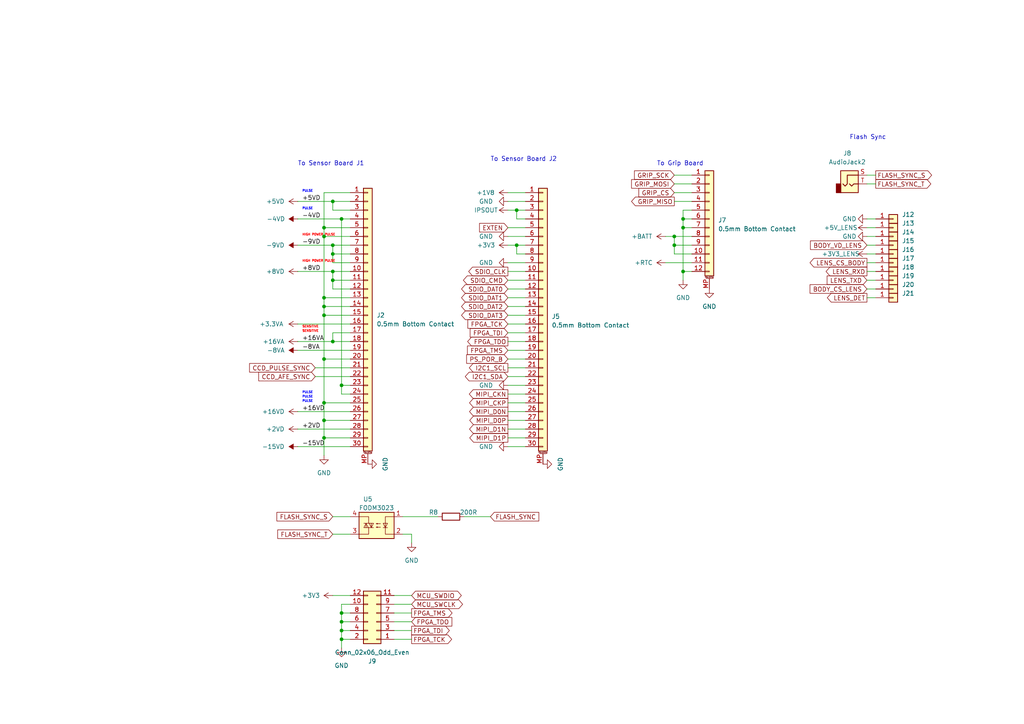
<source format=kicad_sch>
(kicad_sch (version 20231120) (generator "eeschema") (generator_version "8.0")
  (paper "A4")
  (title_block (title "IO/BTB Connectors") (date "2024-06-09") (rev "R0.10") (company "Copyright 2024 Anhang Li, Wenting Zhang") (comment 2 "MERCHANTABILITY, SATISFACTORY QUALITY AND FITNESS FOR A PARTICULAR PURPOSE.") (comment 3 "This source is distributed WITHOUT ANY EXPRESS OR IMPLIED WARRANTY, INCLUDING OF") (comment 4 "This source describes Open Hardware and is licensed under the CERN-OHL-P v2."))
  (lib_symbols
    (symbol "Connector_Audio:AudioJack2"
      (property "Reference" "J" (at 0 8.89 0))
      (property "Value" "AudioJack2" (at 0 6.35 0))
      (symbol "AudioJack2_0_1"
        (rectangle (start -3.81 0) (end -2.54 -2.54) (stroke (width 0.254)) (fill (type outline)))
        (rectangle (start -2.54 3.81) (end 2.54 -2.54) (stroke (width 0.254)) (fill (type background)))
        (polyline (pts (xy 0 0) (xy 0.635 -0.635) (xy 1.27 0) (xy 2.54 0)) (stroke (width 0.254)))
        (polyline (pts (xy 2.54 2.54) (xy -0.635 2.54) (xy -0.635 0) (xy -1.27 -0.635) (xy -1.905 0)) (stroke (width 0.254)))
      )
      (symbol "AudioJack2_1_1"
        (pin passive line (at 5.08 2.54 180) (length 2.54) (name "~") (number "S"))
        (pin passive line (at 5.08 0 180) (length 2.54) (name "~") (number "T"))
      )
    )
    (symbol "Connector_Generic:Conn_01x01" (pin_names (offset 1.016) hide)
      (property "Reference" "J" (at 0 2.54 0))
      (property "Value" "Conn_01x01" (at 0 -2.54 0))
      (symbol "Conn_01x01_1_1"
        (rectangle (start -1.27 0.127) (end 0 -0.127) (stroke (width 0.1524)))
        (rectangle (start -1.27 1.27) (end 1.27 -1.27) (stroke (width 0.254)) (fill (type background)))
        (pin passive line (at -5.08 0 0) (length 3.81) (name "Pin_1") (number "1"))
      )
    )
    (symbol "Connector_Generic:Conn_02x06_Odd_Even" (pin_names (offset 1.016) hide)
      (property "Reference" "J" (at 1.27 7.62 0))
      (property "Value" "Conn_02x06_Odd_Even" (at 1.27 -10.16 0))
      (symbol "Conn_02x06_Odd_Even_1_1"
        (rectangle (start -1.27 -7.493) (end 0 -7.747) (stroke (width 0.1524)))
        (rectangle (start -1.27 -4.953) (end 0 -5.207) (stroke (width 0.1524)))
        (rectangle (start -1.27 -2.413) (end 0 -2.667) (stroke (width 0.1524)))
        (rectangle (start -1.27 0.127) (end 0 -0.127) (stroke (width 0.1524)))
        (rectangle (start -1.27 2.667) (end 0 2.413) (stroke (width 0.1524)))
        (rectangle (start -1.27 5.207) (end 0 4.953) (stroke (width 0.1524)))
        (rectangle (start -1.27 6.35) (end 3.81 -8.89) (stroke (width 0.254)) (fill (type background)))
        (rectangle (start 3.81 -7.493) (end 2.54 -7.747) (stroke (width 0.1524)))
        (rectangle (start 3.81 -4.953) (end 2.54 -5.207) (stroke (width 0.1524)))
        (rectangle (start 3.81 -2.413) (end 2.54 -2.667) (stroke (width 0.1524)))
        (rectangle (start 3.81 0.127) (end 2.54 -0.127) (stroke (width 0.1524)))
        (rectangle (start 3.81 2.667) (end 2.54 2.413) (stroke (width 0.1524)))
        (rectangle (start 3.81 5.207) (end 2.54 4.953) (stroke (width 0.1524)))
        (pin passive line (at -5.08 5.08 0) (length 3.81) (name "Pin_1") (number "1"))
        (pin passive line (at 7.62 -5.08 180) (length 3.81) (name "Pin_10") (number "10"))
        (pin passive line (at -5.08 -7.62 0) (length 3.81) (name "Pin_11") (number "11"))
        (pin passive line (at 7.62 -7.62 180) (length 3.81) (name "Pin_12") (number "12"))
        (pin passive line (at 7.62 5.08 180) (length 3.81) (name "Pin_2") (number "2"))
        (pin passive line (at -5.08 2.54 0) (length 3.81) (name "Pin_3") (number "3"))
        (pin passive line (at 7.62 2.54 180) (length 3.81) (name "Pin_4") (number "4"))
        (pin passive line (at -5.08 0 0) (length 3.81) (name "Pin_5") (number "5"))
        (pin passive line (at 7.62 0 180) (length 3.81) (name "Pin_6") (number "6"))
        (pin passive line (at -5.08 -2.54 0) (length 3.81) (name "Pin_7") (number "7"))
        (pin passive line (at 7.62 -2.54 180) (length 3.81) (name "Pin_8") (number "8"))
        (pin passive line (at -5.08 -5.08 0) (length 3.81) (name "Pin_9") (number "9"))
      )
    )
    (symbol "Connector_Generic_MountingPin:Conn_01x12_MountingPin" (pin_names (offset 1.016) hide)
      (property "Reference" "J" (at 0 15.24 0))
      (property "Value" "Conn_01x12_MountingPin" (at 1.27 -17.78 0))
      (symbol "Conn_01x12_MountingPin_1_1"
        (rectangle (start -1.27 -15.113) (end 0 -15.367) (stroke (width 0.1524)))
        (rectangle (start -1.27 -12.573) (end 0 -12.827) (stroke (width 0.1524)))
        (rectangle (start -1.27 -10.033) (end 0 -10.287) (stroke (width 0.1524)))
        (rectangle (start -1.27 -7.493) (end 0 -7.747) (stroke (width 0.1524)))
        (rectangle (start -1.27 -4.953) (end 0 -5.207) (stroke (width 0.1524)))
        (rectangle (start -1.27 -2.413) (end 0 -2.667) (stroke (width 0.1524)))
        (rectangle (start -1.27 0.127) (end 0 -0.127) (stroke (width 0.1524)))
        (rectangle (start -1.27 2.667) (end 0 2.413) (stroke (width 0.1524)))
        (rectangle (start -1.27 5.207) (end 0 4.953) (stroke (width 0.1524)))
        (rectangle (start -1.27 7.747) (end 0 7.493) (stroke (width 0.1524)))
        (rectangle (start -1.27 10.287) (end 0 10.033) (stroke (width 0.1524)))
        (rectangle (start -1.27 12.827) (end 0 12.573) (stroke (width 0.1524)))
        (rectangle (start -1.27 13.97) (end 1.27 -16.51) (stroke (width 0.254)) (fill (type background)))
        (polyline (pts (xy -1.016 -17.272) (xy 1.016 -17.272)) (stroke (width 0.1524)))
        (text "Mounting" (at 0 -16.891 0) (effects (font (size 0.381 0.381))))
        (pin passive line (at -5.08 12.7 0) (length 3.81) (name "Pin_1") (number "1"))
        (pin passive line (at -5.08 -10.16 0) (length 3.81) (name "Pin_10") (number "10"))
        (pin passive line (at -5.08 -12.7 0) (length 3.81) (name "Pin_11") (number "11"))
        (pin passive line (at -5.08 -15.24 0) (length 3.81) (name "Pin_12") (number "12"))
        (pin passive line (at -5.08 10.16 0) (length 3.81) (name "Pin_2") (number "2"))
        (pin passive line (at -5.08 7.62 0) (length 3.81) (name "Pin_3") (number "3"))
        (pin passive line (at -5.08 5.08 0) (length 3.81) (name "Pin_4") (number "4"))
        (pin passive line (at -5.08 2.54 0) (length 3.81) (name "Pin_5") (number "5"))
        (pin passive line (at -5.08 0 0) (length 3.81) (name "Pin_6") (number "6"))
        (pin passive line (at -5.08 -2.54 0) (length 3.81) (name "Pin_7") (number "7"))
        (pin passive line (at -5.08 -5.08 0) (length 3.81) (name "Pin_8") (number "8"))
        (pin passive line (at -5.08 -7.62 0) (length 3.81) (name "Pin_9") (number "9"))
        (pin passive line (at 0 -20.32 90) (length 3.048) (name "MountPin") (number "MP"))
      )
    )
    (symbol "Connector_Generic_MountingPin:Conn_01x30_MountingPin" (pin_names (offset 1.016) hide)
      (property "Reference" "J" (at 0 38.1 0))
      (property "Value" "Conn_01x30_MountingPin" (at 1.27 -40.64 0))
      (symbol "Conn_01x30_MountingPin_1_1"
        (rectangle (start -1.27 -37.973) (end 0 -38.227) (stroke (width 0.1524)))
        (rectangle (start -1.27 -35.433) (end 0 -35.687) (stroke (width 0.1524)))
        (rectangle (start -1.27 -32.893) (end 0 -33.147) (stroke (width 0.1524)))
        (rectangle (start -1.27 -30.353) (end 0 -30.607) (stroke (width 0.1524)))
        (rectangle (start -1.27 -27.813) (end 0 -28.067) (stroke (width 0.1524)))
        (rectangle (start -1.27 -25.273) (end 0 -25.527) (stroke (width 0.1524)))
        (rectangle (start -1.27 -22.733) (end 0 -22.987) (stroke (width 0.1524)))
        (rectangle (start -1.27 -20.193) (end 0 -20.447) (stroke (width 0.1524)))
        (rectangle (start -1.27 -17.653) (end 0 -17.907) (stroke (width 0.1524)))
        (rectangle (start -1.27 -15.113) (end 0 -15.367) (stroke (width 0.1524)))
        (rectangle (start -1.27 -12.573) (end 0 -12.827) (stroke (width 0.1524)))
        (rectangle (start -1.27 -10.033) (end 0 -10.287) (stroke (width 0.1524)))
        (rectangle (start -1.27 -7.493) (end 0 -7.747) (stroke (width 0.1524)))
        (rectangle (start -1.27 -4.953) (end 0 -5.207) (stroke (width 0.1524)))
        (rectangle (start -1.27 -2.413) (end 0 -2.667) (stroke (width 0.1524)))
        (rectangle (start -1.27 0.127) (end 0 -0.127) (stroke (width 0.1524)))
        (rectangle (start -1.27 2.667) (end 0 2.413) (stroke (width 0.1524)))
        (rectangle (start -1.27 5.207) (end 0 4.953) (stroke (width 0.1524)))
        (rectangle (start -1.27 7.747) (end 0 7.493) (stroke (width 0.1524)))
        (rectangle (start -1.27 10.287) (end 0 10.033) (stroke (width 0.1524)))
        (rectangle (start -1.27 12.827) (end 0 12.573) (stroke (width 0.1524)))
        (rectangle (start -1.27 15.367) (end 0 15.113) (stroke (width 0.1524)))
        (rectangle (start -1.27 17.907) (end 0 17.653) (stroke (width 0.1524)))
        (rectangle (start -1.27 20.447) (end 0 20.193) (stroke (width 0.1524)))
        (rectangle (start -1.27 22.987) (end 0 22.733) (stroke (width 0.1524)))
        (rectangle (start -1.27 25.527) (end 0 25.273) (stroke (width 0.1524)))
        (rectangle (start -1.27 28.067) (end 0 27.813) (stroke (width 0.1524)))
        (rectangle (start -1.27 30.607) (end 0 30.353) (stroke (width 0.1524)))
        (rectangle (start -1.27 33.147) (end 0 32.893) (stroke (width 0.1524)))
        (rectangle (start -1.27 35.687) (end 0 35.433) (stroke (width 0.1524)))
        (rectangle (start -1.27 36.83) (end 1.27 -39.37) (stroke (width 0.254)) (fill (type background)))
        (polyline (pts (xy -1.016 -40.132) (xy 1.016 -40.132)) (stroke (width 0.1524)))
        (text "Mounting" (at 0 -39.751 0) (effects (font (size 0.381 0.381))))
        (pin passive line (at -5.08 35.56 0) (length 3.81) (name "Pin_1") (number "1"))
        (pin passive line (at -5.08 12.7 0) (length 3.81) (name "Pin_10") (number "10"))
        (pin passive line (at -5.08 10.16 0) (length 3.81) (name "Pin_11") (number "11"))
        (pin passive line (at -5.08 7.62 0) (length 3.81) (name "Pin_12") (number "12"))
        (pin passive line (at -5.08 5.08 0) (length 3.81) (name "Pin_13") (number "13"))
        (pin passive line (at -5.08 2.54 0) (length 3.81) (name "Pin_14") (number "14"))
        (pin passive line (at -5.08 0 0) (length 3.81) (name "Pin_15") (number "15"))
        (pin passive line (at -5.08 -2.54 0) (length 3.81) (name "Pin_16") (number "16"))
        (pin passive line (at -5.08 -5.08 0) (length 3.81) (name "Pin_17") (number "17"))
        (pin passive line (at -5.08 -7.62 0) (length 3.81) (name "Pin_18") (number "18"))
        (pin passive line (at -5.08 -10.16 0) (length 3.81) (name "Pin_19") (number "19"))
        (pin passive line (at -5.08 33.02 0) (length 3.81) (name "Pin_2") (number "2"))
        (pin passive line (at -5.08 -12.7 0) (length 3.81) (name "Pin_20") (number "20"))
        (pin passive line (at -5.08 -15.24 0) (length 3.81) (name "Pin_21") (number "21"))
        (pin passive line (at -5.08 -17.78 0) (length 3.81) (name "Pin_22") (number "22"))
        (pin passive line (at -5.08 -20.32 0) (length 3.81) (name "Pin_23") (number "23"))
        (pin passive line (at -5.08 -22.86 0) (length 3.81) (name "Pin_24") (number "24"))
        (pin passive line (at -5.08 -25.4 0) (length 3.81) (name "Pin_25") (number "25"))
        (pin passive line (at -5.08 -27.94 0) (length 3.81) (name "Pin_26") (number "26"))
        (pin passive line (at -5.08 -30.48 0) (length 3.81) (name "Pin_27") (number "27"))
        (pin passive line (at -5.08 -33.02 0) (length 3.81) (name "Pin_28") (number "28"))
        (pin passive line (at -5.08 -35.56 0) (length 3.81) (name "Pin_29") (number "29"))
        (pin passive line (at -5.08 30.48 0) (length 3.81) (name "Pin_3") (number "3"))
        (pin passive line (at -5.08 -38.1 0) (length 3.81) (name "Pin_30") (number "30"))
        (pin passive line (at -5.08 27.94 0) (length 3.81) (name "Pin_4") (number "4"))
        (pin passive line (at -5.08 25.4 0) (length 3.81) (name "Pin_5") (number "5"))
        (pin passive line (at -5.08 22.86 0) (length 3.81) (name "Pin_6") (number "6"))
        (pin passive line (at -5.08 20.32 0) (length 3.81) (name "Pin_7") (number "7"))
        (pin passive line (at -5.08 17.78 0) (length 3.81) (name "Pin_8") (number "8"))
        (pin passive line (at -5.08 15.24 0) (length 3.81) (name "Pin_9") (number "9"))
        (pin passive line (at 0 -43.18 90) (length 3.048) (name "MountPin") (number "MP"))
      )
    )
    (symbol "Device:R" (pin_numbers hide) (pin_names (offset 0))
      (property "Reference" "R" (at 2.032 0 90))
      (property "Value" "R" (at 0 0 90))
      (symbol "R_0_1"
        (rectangle (start -1.016 -2.54) (end 1.016 2.54) (stroke (width 0.254)))
      )
      (symbol "R_1_1"
        (pin passive line (at 0 3.81 270) (length 1.27) (name "~") (number "1"))
        (pin passive line (at 0 -3.81 90) (length 1.27) (name "~") (number "2"))
      )
    )
    (symbol "Relay_SolidState:FODM3023"
      (property "Reference" "U" (at -5.08 5.08 0))
      (property "Value" "FODM3023" (at 0 5.08 0))
      (symbol "FODM3023_0_1"
        (rectangle (start -5.08 3.81) (end 5.08 -3.81) (stroke (width 0.254)) (fill (type background)))
        (polyline (pts (xy -3.175 -0.635) (xy -1.905 -0.635)))
        (polyline (pts (xy 1.524 -0.635) (xy 1.524 0.635)))
        (polyline (pts (xy 3.048 0.635) (xy 3.048 -0.635)))
        (polyline (pts (xy 2.286 -0.635) (xy 2.286 -2.54) (xy 5.08 -2.54)))
        (polyline (pts (xy 2.286 0.635) (xy 2.286 2.54) (xy 5.08 2.54)))
        (polyline (pts (xy -5.08 2.54) (xy -2.54 2.54) (xy -2.54 -2.54) (xy -5.08 -2.54)))
        (polyline (pts (xy -2.54 -0.635) (xy -3.175 0.635) (xy -1.905 0.635) (xy -2.54 -0.635)))
        (polyline (pts (xy 0.889 -0.635) (xy 3.683 -0.635) (xy 3.048 0.635) (xy 2.413 -0.635)))
        (polyline (pts (xy 3.683 0.635) (xy 0.889 0.635) (xy 1.524 -0.635) (xy 2.159 0.635)))
        (polyline (pts (xy -1.143 -0.508) (xy 0.127 -0.508) (xy -0.254 -0.635) (xy -0.254 -0.381) (xy 0.127 -0.508)))
        (polyline (pts (xy -1.143 0.508) (xy 0.127 0.508) (xy -0.254 0.381) (xy -0.254 0.635) (xy 0.127 0.508)))
      )
      (symbol "FODM3023_1_1"
        (pin passive line (at -7.62 2.54 0) (length 2.54) (name "~") (number "1"))
        (pin passive line (at -7.62 -2.54 0) (length 2.54) (name "~") (number "2"))
        (pin passive line (at 7.62 -2.54 180) (length 2.54) (name "~") (number "3"))
        (pin passive line (at 7.62 2.54 180) (length 2.54) (name "~") (number "4"))
      )
    )
    (symbol "power:+1V8" (power) (pin_names (offset 0))
      (property "Value" "+1V8" (at 0 3.556 0))
      (symbol "+1V8_0_1"
        (polyline (pts (xy -0.762 1.27) (xy 0 2.54)))
        (polyline (pts (xy 0 0) (xy 0 2.54)))
        (polyline (pts (xy 0 2.54) (xy 0.762 1.27)))
      )
      (symbol "+1V8_1_1"
        (pin power_in line (at 0 0 90) (length 0) hide (name "+1V8") (number "1"))
      )
    )
    (symbol "power:+3.3VA" (power) (pin_names (offset 0))
      (property "Value" "+3.3VA" (at 0 3.556 0))
      (symbol "+3.3VA_0_1"
        (polyline (pts (xy -0.762 1.27) (xy 0 2.54)))
        (polyline (pts (xy 0 0) (xy 0 2.54)))
        (polyline (pts (xy 0 2.54) (xy 0.762 1.27)))
      )
      (symbol "+3.3VA_1_1"
        (pin power_in line (at 0 0 90) (length 0) hide (name "+3.3VA") (number "1"))
      )
    )
    (symbol "power:+3V3" (power) (pin_names (offset 0))
      (property "Value" "+3V3" (at 0 3.556 0))
      (symbol "+3V3_0_1"
        (polyline (pts (xy -0.762 1.27) (xy 0 2.54)))
        (polyline (pts (xy 0 0) (xy 0 2.54)))
        (polyline (pts (xy 0 2.54) (xy 0.762 1.27)))
      )
      (symbol "+3V3_1_1"
        (pin power_in line (at 0 0 90) (length 0) hide (name "+3V3") (number "1"))
      )
    )
    (symbol "power:+5V" (power) (pin_names (offset 0))
      (property "Value" "+5V" (at 0 3.556 0))
      (symbol "+5V_0_1"
        (polyline (pts (xy -0.762 1.27) (xy 0 2.54)))
        (polyline (pts (xy 0 0) (xy 0 2.54)))
        (polyline (pts (xy 0 2.54) (xy 0.762 1.27)))
      )
      (symbol "+5V_1_1"
        (pin power_in line (at 0 0 90) (length 0) hide (name "+5V") (number "1"))
      )
    )
    (symbol "power:+BATT" (power) (pin_names (offset 0))
      (property "Value" "+BATT" (at 0 3.556 0))
      (symbol "+BATT_0_1"
        (polyline (pts (xy -0.762 1.27) (xy 0 2.54)))
        (polyline (pts (xy 0 0) (xy 0 2.54)))
        (polyline (pts (xy 0 2.54) (xy 0.762 1.27)))
      )
      (symbol "+BATT_1_1"
        (pin power_in line (at 0 0 90) (length 0) hide (name "+BATT") (number "1"))
      )
    )
    (symbol "power:GND" (power) (pin_names (offset 0))
      (property "Value" "GND" (at 0 -3.81 0))
      (symbol "GND_0_1"
        (polyline (pts (xy 0 0) (xy 0 -1.27) (xy 1.27 -1.27) (xy 0 -2.54) (xy -1.27 -1.27) (xy 0 -1.27)))
      )
      (symbol "GND_1_1"
        (pin power_in line (at 0 0 270) (length 0) hide (name "GND") (number "1"))
      )
    )
    (symbol "power:VDC" (power) (pin_numbers hide) (pin_names (offset 0) hide)
      (property "Value" "VDC" (at 0 3.556 0))
      (symbol "VDC_0_1"
        (polyline (pts (xy -0.762 1.27) (xy 0 2.54)))
        (polyline (pts (xy 0 0) (xy 0 2.54)))
        (polyline (pts (xy 0 2.54) (xy 0.762 1.27)))
      )
      (symbol "VDC_1_1"
        (pin power_in line (at 0 0 90) (length 0) (name "~") (number "1"))
      )
    )
    (symbol "power:VEE" (power) (pin_numbers hide) (pin_names (offset 0) hide)
      (property "Value" "VEE" (at 0 3.556 0))
      (symbol "VEE_0_1"
        (polyline (pts (xy 0 0) (xy 0 2.54)))
        (polyline (pts (xy 0.762 1.27) (xy -0.762 1.27) (xy 0 2.54) (xy 0.762 1.27)) (fill (type outline)))
      )
      (symbol "VEE_1_1"
        (pin power_in line (at 0 0 90) (length 0) (name "~") (number "1"))
      )
    )
    (symbol "symbols:+RTC" (power) (pin_names (offset 0))
      (property "Value" "+RTC" (at 0 3.556 0))
      (symbol "+RTC_0_1"
        (polyline (pts (xy -0.762 1.27) (xy 0 2.54)))
        (polyline (pts (xy 0 0) (xy 0 2.54)))
        (polyline (pts (xy 0 2.54) (xy 0.762 1.27)))
      )
      (symbol "+RTC_1_1"
        (pin power_in line (at 0 0 90) (length 0) hide (name "+RTC") (number "1"))
      )
    )
    (symbol "symbols:IPSOUT" (power) (pin_names (offset 0))
      (property "Value" "IPSOUT" (at 0 3.556 0))
      (symbol "IPSOUT_0_1"
        (polyline (pts (xy -0.762 1.27) (xy 0 2.54)))
        (polyline (pts (xy 0 0) (xy 0 2.54)))
        (polyline (pts (xy 0 2.54) (xy 0.762 1.27)))
      )
      (symbol "IPSOUT_1_1"
        (pin power_in line (at 0 0 90) (length 0) hide (name "IPSOUT") (number "1"))
      )
    )
  )
  (junction (at 198.12 66.04))
  (junction (at 195.58 71.12))
  (junction (at 198.12 78.74))
  (junction (at 99.06 111.76))
  (junction (at 99.06 180.34))
  (junction (at 93.98 91.44))
  (junction (at 99.06 182.88))
  (junction (at 99.06 63.5))
  (junction (at 99.06 177.8))
  (junction (at 93.98 86.36))
  (junction (at 93.98 116.84))
  (junction (at 149.86 71.12))
  (junction (at 96.52 78.74))
  (junction (at 96.52 71.12))
  (junction (at 99.06 185.42))
  (junction (at 93.98 68.58))
  (junction (at 198.12 63.5))
  (junction (at 96.52 99.06))
  (junction (at 149.86 60.96))
  (junction (at 93.98 88.9))
  (junction (at 96.52 81.28))
  (junction (at 93.98 121.92))
  (junction (at 96.52 58.42))
  (junction (at 195.58 68.58))
  (junction (at 93.98 104.14))
  (junction (at 93.98 66.04))
  (junction (at 93.98 127))
  (junction (at 96.52 73.66))
  (wire (pts (xy 251.46 53.34) (xy 254 53.34)))
  (wire (pts (xy 147.32 76.2) (xy 152.4 76.2)))
  (wire (pts (xy 86.36 93.98) (xy 101.6 93.98)))
  (wire (pts (xy 99.06 185.42) (xy 101.6 185.42)))
  (wire (pts (xy 96.52 73.66) (xy 101.6 73.66)))
  (wire (pts (xy 198.12 63.5) (xy 198.12 66.04)))
  (wire (pts (xy 96.52 71.12) (xy 101.6 71.12)))
  (wire (pts (xy 251.46 50.8) (xy 254 50.8)))
  (wire (pts (xy 198.12 63.5) (xy 200.66 63.5)))
  (wire (pts (xy 147.32 86.36) (xy 152.4 86.36)))
  (wire (pts (xy 96.52 78.74) (xy 96.52 81.28)))
  (wire (pts (xy 93.98 68.58) (xy 93.98 86.36)))
  (wire (pts (xy 101.6 175.26) (xy 99.06 175.26)))
  (wire (pts (xy 147.32 96.52) (xy 152.4 96.52)))
  (wire (pts (xy 251.46 83.82) (xy 254 83.82)))
  (wire (pts (xy 86.36 119.38) (xy 101.6 119.38)))
  (wire (pts (xy 149.86 71.12) (xy 152.4 71.12)))
  (wire (pts (xy 147.32 83.82) (xy 152.4 83.82)))
  (wire (pts (xy 91.44 106.68) (xy 101.6 106.68)))
  (wire (pts (xy 200.66 73.66) (xy 195.58 73.66)))
  (wire (pts (xy 198.12 66.04) (xy 198.12 78.74)))
  (wire (pts (xy 119.38 182.88) (xy 114.3 182.88)))
  (wire (pts (xy 147.32 99.06) (xy 152.4 99.06)))
  (wire (pts (xy 93.98 121.92) (xy 101.6 121.92)))
  (wire (pts (xy 195.58 55.88) (xy 200.66 55.88)))
  (wire (pts (xy 93.98 86.36) (xy 101.6 86.36)))
  (wire (pts (xy 93.98 55.88) (xy 93.98 66.04)))
  (wire (pts (xy 147.32 55.88) (xy 152.4 55.88)))
  (wire (pts (xy 93.98 116.84) (xy 101.6 116.84)))
  (wire (pts (xy 96.52 71.12) (xy 96.52 73.66)))
  (wire (pts (xy 86.36 124.46) (xy 101.6 124.46)))
  (wire (pts (xy 114.3 175.26) (xy 119.38 175.26)))
  (wire (pts (xy 96.52 81.28) (xy 96.52 83.82)))
  (wire (pts (xy 93.98 104.14) (xy 93.98 116.84)))
  (wire (pts (xy 251.46 78.74) (xy 254 78.74)))
  (wire (pts (xy 147.32 127) (xy 152.4 127)))
  (wire (pts (xy 251.46 81.28) (xy 254 81.28)))
  (wire (pts (xy 93.98 88.9) (xy 101.6 88.9)))
  (wire (pts (xy 96.52 99.06) (xy 101.6 99.06)))
  (wire (pts (xy 93.98 55.88) (xy 101.6 55.88)))
  (wire (pts (xy 99.06 185.42) (xy 99.06 187.96)))
  (wire (pts (xy 96.52 60.96) (xy 96.52 58.42)))
  (wire (pts (xy 147.32 60.96) (xy 149.86 60.96)))
  (wire (pts (xy 147.32 93.98) (xy 152.4 93.98)))
  (wire (pts (xy 198.12 78.74) (xy 200.66 78.74)))
  (wire (pts (xy 86.36 63.5) (xy 99.06 63.5)))
  (wire (pts (xy 86.36 71.12) (xy 96.52 71.12)))
  (wire (pts (xy 193.04 68.58) (xy 195.58 68.58)))
  (wire (pts (xy 93.98 127) (xy 101.6 127)))
  (wire (pts (xy 147.32 121.92) (xy 152.4 121.92)))
  (wire (pts (xy 96.52 81.28) (xy 101.6 81.28)))
  (wire (pts (xy 96.52 76.2) (xy 101.6 76.2)))
  (wire (pts (xy 251.46 71.12) (xy 254 71.12)))
  (wire (pts (xy 251.46 76.2) (xy 254 76.2)))
  (wire (pts (xy 147.32 66.04) (xy 152.4 66.04)))
  (wire (pts (xy 147.32 91.44) (xy 152.4 91.44)))
  (wire (pts (xy 96.52 73.66) (xy 96.52 76.2)))
  (wire (pts (xy 93.98 116.84) (xy 93.98 121.92)))
  (wire (pts (xy 99.06 63.5) (xy 99.06 111.76)))
  (wire (pts (xy 147.32 81.28) (xy 152.4 81.28)))
  (wire (pts (xy 149.86 63.5) (xy 149.86 60.96)))
  (wire (pts (xy 96.52 149.86) (xy 101.6 149.86)))
  (wire (pts (xy 134.62 149.86) (xy 142.24 149.86)))
  (wire (pts (xy 99.06 63.5) (xy 101.6 63.5)))
  (wire (pts (xy 147.32 104.14) (xy 152.4 104.14)))
  (wire (pts (xy 93.98 127) (xy 93.98 132.08)))
  (wire (pts (xy 195.58 73.66) (xy 195.58 71.12)))
  (wire (pts (xy 152.4 63.5) (xy 149.86 63.5)))
  (wire (pts (xy 119.38 180.34) (xy 114.3 180.34)))
  (wire (pts (xy 96.52 60.96) (xy 101.6 60.96)))
  (wire (pts (xy 149.86 60.96) (xy 152.4 60.96)))
  (wire (pts (xy 96.52 78.74) (xy 101.6 78.74)))
  (wire (pts (xy 200.66 60.96) (xy 198.12 60.96)))
  (wire (pts (xy 251.46 63.5) (xy 254 63.5)))
  (wire (pts (xy 99.06 111.76) (xy 99.06 114.3)))
  (wire (pts (xy 198.12 66.04) (xy 200.66 66.04)))
  (wire (pts (xy 147.32 106.68) (xy 152.4 106.68)))
  (wire (pts (xy 119.38 185.42) (xy 114.3 185.42)))
  (wire (pts (xy 99.06 182.88) (xy 101.6 182.88)))
  (wire (pts (xy 96.52 172.72) (xy 101.6 172.72)))
  (wire (pts (xy 93.98 104.14) (xy 101.6 104.14)))
  (wire (pts (xy 91.44 109.22) (xy 101.6 109.22)))
  (wire (pts (xy 251.46 68.58) (xy 254 68.58)))
  (wire (pts (xy 96.52 96.52) (xy 96.52 99.06)))
  (wire (pts (xy 99.06 111.76) (xy 101.6 111.76)))
  (wire (pts (xy 93.98 91.44) (xy 93.98 104.14)))
  (wire (pts (xy 193.04 76.2) (xy 200.66 76.2)))
  (wire (pts (xy 86.36 129.54) (xy 101.6 129.54)))
  (wire (pts (xy 99.06 177.8) (xy 99.06 180.34)))
  (wire (pts (xy 93.98 91.44) (xy 101.6 91.44)))
  (wire (pts (xy 147.32 101.6) (xy 152.4 101.6)))
  (wire (pts (xy 99.06 182.88) (xy 99.06 185.42)))
  (wire (pts (xy 119.38 177.8) (xy 114.3 177.8)))
  (wire (pts (xy 198.12 78.74) (xy 198.12 81.28)))
  (wire (pts (xy 149.86 73.66) (xy 149.86 71.12)))
  (wire (pts (xy 195.58 71.12) (xy 195.58 68.58)))
  (wire (pts (xy 251.46 86.36) (xy 254 86.36)))
  (wire (pts (xy 86.36 99.06) (xy 96.52 99.06)))
  (wire (pts (xy 198.12 60.96) (xy 198.12 63.5)))
  (wire (pts (xy 251.46 73.66) (xy 254 73.66)))
  (wire (pts (xy 147.32 78.74) (xy 152.4 78.74)))
  (wire (pts (xy 147.32 111.76) (xy 152.4 111.76)))
  (wire (pts (xy 114.3 172.72) (xy 119.38 172.72)))
  (wire (pts (xy 93.98 68.58) (xy 101.6 68.58)))
  (wire (pts (xy 195.58 68.58) (xy 200.66 68.58)))
  (wire (pts (xy 93.98 88.9) (xy 93.98 91.44)))
  (wire (pts (xy 152.4 73.66) (xy 149.86 73.66)))
  (wire (pts (xy 147.32 116.84) (xy 152.4 116.84)))
  (wire (pts (xy 147.32 88.9) (xy 152.4 88.9)))
  (wire (pts (xy 86.36 78.74) (xy 96.52 78.74)))
  (wire (pts (xy 195.58 50.8) (xy 200.66 50.8)))
  (wire (pts (xy 93.98 121.92) (xy 93.98 127)))
  (wire (pts (xy 99.06 114.3) (xy 101.6 114.3)))
  (wire (pts (xy 86.36 58.42) (xy 96.52 58.42)))
  (wire (pts (xy 99.06 175.26) (xy 99.06 177.8)))
  (wire (pts (xy 147.32 124.46) (xy 152.4 124.46)))
  (wire (pts (xy 116.84 154.94) (xy 119.38 154.94)))
  (wire (pts (xy 195.58 58.42) (xy 200.66 58.42)))
  (wire (pts (xy 99.06 177.8) (xy 101.6 177.8)))
  (wire (pts (xy 147.32 114.3) (xy 152.4 114.3)))
  (wire (pts (xy 93.98 66.04) (xy 101.6 66.04)))
  (wire (pts (xy 93.98 66.04) (xy 93.98 68.58)))
  (wire (pts (xy 251.46 66.04) (xy 254 66.04)))
  (wire (pts (xy 86.36 101.6) (xy 101.6 101.6)))
  (wire (pts (xy 195.58 53.34) (xy 200.66 53.34)))
  (wire (pts (xy 119.38 154.94) (xy 119.38 157.48)))
  (wire (pts (xy 99.06 180.34) (xy 101.6 180.34)))
  (wire (pts (xy 147.32 109.22) (xy 152.4 109.22)))
  (wire (pts (xy 147.32 58.42) (xy 152.4 58.42)))
  (wire (pts (xy 195.58 71.12) (xy 200.66 71.12)))
  (wire (pts (xy 147.32 129.54) (xy 152.4 129.54)))
  (wire (pts (xy 96.52 83.82) (xy 101.6 83.82)))
  (wire (pts (xy 96.52 58.42) (xy 101.6 58.42)))
  (wire (pts (xy 96.52 96.52) (xy 101.6 96.52)))
  (wire (pts (xy 99.06 180.34) (xy 99.06 182.88)))
  (wire (pts (xy 147.32 119.38) (xy 152.4 119.38)))
  (wire (pts (xy 147.32 68.58) (xy 152.4 68.58)))
  (wire (pts (xy 93.98 86.36) (xy 93.98 88.9)))
  (wire (pts (xy 147.32 71.12) (xy 149.86 71.12)))
  (wire (pts (xy 116.84 149.86) (xy 127 149.86)))
  (wire (pts (xy 96.52 154.94) (xy 101.6 154.94)))
  (text "PULSE" (at 87.63 60.96 0) (effects (font (size 0.635 0.635)) (justify left bottom)))
  (text "PULSE" (at 87.63 55.88 0) (effects (font (size 0.635 0.635)) (justify left bottom)))
  (text "To Sensor Board J2" (at 142.24 46.99 0) (effects (font (size 1.27 1.27)) (justify left bottom)))
  (text "To Grip Board" (at 190.5 48.26 0) (effects (font (size 1.27 1.27)) (justify left bottom)))
  (text "PULSE" (at 87.63 115.57 0) (effects (font (size 0.635 0.635)) (justify left bottom)))
  (text "SENSITIVE" (at 87.63 95.25 0) (effects (font (size 0.635 0.635)) (justify left bottom)))
  (text "PULSE" (at 87.63 116.84 0) (effects (font (size 0.635 0.635)) (justify left bottom)))
  (text "To Sensor Board J1" (at 86.36 48.26 0) (effects (font (size 1.27 1.27)) (justify left bottom)))
  (text "Flash Sync" (at 246.38 40.64 0) (effects (font (size 1.27 1.27)) (justify left bottom)))
  (text "SENSITIVE" (at 87.63 96.52 0) (effects (font (size 0.635 0.635)) (justify left bottom)))
  (text "PULSE" (at 87.63 114.3 0) (effects (font (size 0.635 0.635)) (justify left bottom)))
  (text "HIGH POWER PULSE" (at 87.63 76.2 0) (effects (font (size 0.635 0.635)) (justify left bottom)))
  (text "HIGH POWER PULSE" (at 87.63 68.58 0) (effects (font (size 0.635 0.635)) (justify left bottom)))
  (label "-9VD" (at 87.63 71.12 0))
  (label "-15VD" (at 87.63 129.54 0))
  (label "+8VD" (at 87.63 78.74 0))
  (label "+16VD" (at 87.63 119.38 0))
  (label "-8VA" (at 87.63 101.6 0))
  (label "+2VD" (at 87.63 124.46 0))
  (label "+5VD" (at 87.63 58.42 0))
  (label "+16VA" (at 87.63 99.06 0))
  (label "-4VD" (at 87.63 63.5 0))
  (global_label "FPGA_TCK" (shape output) (at 119.38 185.42 0) (property "Intersheetrefs" "${INTERSHEET_REFS}" (effects (hide yes))))
  (global_label "FLASH_SYNC" (shape input) (at 142.24 149.86 0) (property "Intersheetrefs" "${INTERSHEET_REFS}" (effects (hide yes))))
  (global_label "FLASH_SYNC_T" (shape output) (at 254 53.34 0) (property "Intersheetrefs" "${INTERSHEET_REFS}" (effects (hide yes))))
  (global_label "SDIO_CLK" (shape output) (at 147.32 78.74 180) (property "Intersheetrefs" "${INTERSHEET_REFS}" (effects (hide yes))))
  (global_label "CCD_AFE_SYNC" (shape input) (at 91.44 109.22 180) (property "Intersheetrefs" "${INTERSHEET_REFS}" (effects (hide yes))))
  (global_label "GRIP_MISO" (shape output) (at 195.58 58.42 180) (property "Intersheetrefs" "${INTERSHEET_REFS}" (effects (hide yes))))
  (global_label "FPGA_TMS" (shape output) (at 119.38 177.8 0) (property "Intersheetrefs" "${INTERSHEET_REFS}" (effects (hide yes))))
  (global_label "MIPI_D0P" (shape output) (at 147.32 121.92 180) (property "Intersheetrefs" "${INTERSHEET_REFS}" (effects (hide yes))))
  (global_label "MCU_SWCLK" (shape bidirectional) (at 119.38 175.26 0) (property "Intersheetrefs" "${INTERSHEET_REFS}" (effects (hide yes))))
  (global_label "FLASH_SYNC_S" (shape input) (at 96.52 149.86 180) (property "Intersheetrefs" "${INTERSHEET_REFS}" (effects (hide yes))))
  (global_label "MIPI_D1N" (shape output) (at 147.32 124.46 180) (property "Intersheetrefs" "${INTERSHEET_REFS}" (effects (hide yes))))
  (global_label "CCD_PULSE_SYNC" (shape input) (at 91.44 106.68 180) (property "Intersheetrefs" "${INTERSHEET_REFS}" (effects (hide yes))))
  (global_label "I2C1_SCL" (shape output) (at 147.32 106.68 180) (property "Intersheetrefs" "${INTERSHEET_REFS}" (effects (hide yes))))
  (global_label "MCU_SWDIO" (shape bidirectional) (at 119.38 172.72 0) (property "Intersheetrefs" "${INTERSHEET_REFS}" (effects (hide yes))))
  (global_label "BODY_CS_LENS" (shape input) (at 251.46 83.82 180) (property "Intersheetrefs" "${INTERSHEET_REFS}" (effects (hide yes))))
  (global_label "LENS_DET" (shape output) (at 251.46 86.36 180) (property "Intersheetrefs" "${INTERSHEET_REFS}" (effects (hide yes))))
  (global_label "SDIO_CMD" (shape bidirectional) (at 147.32 81.28 180) (property "Intersheetrefs" "${INTERSHEET_REFS}" (effects (hide yes))))
  (global_label "EXTEN" (shape input) (at 147.32 66.04 180) (property "Intersheetrefs" "${INTERSHEET_REFS}" (effects (hide yes))))
  (global_label "FPGA_TDI" (shape input) (at 147.32 96.52 180) (property "Intersheetrefs" "${INTERSHEET_REFS}" (effects (hide yes))))
  (global_label "MIPI_CKN" (shape output) (at 147.32 114.3 180) (property "Intersheetrefs" "${INTERSHEET_REFS}" (effects (hide yes))))
  (global_label "FPGA_TCK" (shape input) (at 147.32 93.98 180) (property "Intersheetrefs" "${INTERSHEET_REFS}" (effects (hide yes))))
  (global_label "MIPI_CKP" (shape output) (at 147.32 116.84 180) (property "Intersheetrefs" "${INTERSHEET_REFS}" (effects (hide yes))))
  (global_label "FPGA_TDI" (shape output) (at 119.38 182.88 0) (property "Intersheetrefs" "${INTERSHEET_REFS}" (effects (hide yes))))
  (global_label "FPGA_TDO" (shape input) (at 119.38 180.34 0) (property "Intersheetrefs" "${INTERSHEET_REFS}" (effects (hide yes))))
  (global_label "FPGA_TMS" (shape input) (at 147.32 101.6 180) (property "Intersheetrefs" "${INTERSHEET_REFS}" (effects (hide yes))))
  (global_label "LENS_CS_BODY" (shape output) (at 251.46 76.2 180) (property "Intersheetrefs" "${INTERSHEET_REFS}" (effects (hide yes))))
  (global_label "SDIO_DAT3" (shape bidirectional) (at 147.32 91.44 180) (property "Intersheetrefs" "${INTERSHEET_REFS}" (effects (hide yes))))
  (global_label "FPGA_TDO" (shape output) (at 147.32 99.06 180) (property "Intersheetrefs" "${INTERSHEET_REFS}" (effects (hide yes))))
  (global_label "FLASH_SYNC_S" (shape output) (at 254 50.8 0) (property "Intersheetrefs" "${INTERSHEET_REFS}" (effects (hide yes))))
  (global_label "GRIP_MOSI" (shape input) (at 195.58 53.34 180) (property "Intersheetrefs" "${INTERSHEET_REFS}" (effects (hide yes))))
  (global_label "PS_POR_B" (shape input) (at 147.32 104.14 180) (property "Intersheetrefs" "${INTERSHEET_REFS}" (effects (hide yes))))
  (global_label "LENS_TXD" (shape input) (at 251.46 81.28 180) (property "Intersheetrefs" "${INTERSHEET_REFS}" (effects (hide yes))))
  (global_label "BODY_VD_LENS" (shape input) (at 251.46 71.12 180) (property "Intersheetrefs" "${INTERSHEET_REFS}" (effects (hide yes))))
  (global_label "LENS_RXD" (shape output) (at 251.46 78.74 180) (property "Intersheetrefs" "${INTERSHEET_REFS}" (effects (hide yes))))
  (global_label "I2C1_SDA" (shape bidirectional) (at 147.32 109.22 180) (property "Intersheetrefs" "${INTERSHEET_REFS}" (effects (hide yes))))
  (global_label "MIPI_D1P" (shape output) (at 147.32 127 180) (property "Intersheetrefs" "${INTERSHEET_REFS}" (effects (hide yes))))
  (global_label "SDIO_DAT1" (shape bidirectional) (at 147.32 86.36 180) (property "Intersheetrefs" "${INTERSHEET_REFS}" (effects (hide yes))))
  (global_label "GRIP_SCK" (shape input) (at 195.58 50.8 180) (property "Intersheetrefs" "${INTERSHEET_REFS}" (effects (hide yes))))
  (global_label "FLASH_SYNC_T" (shape input) (at 96.52 154.94 180) (property "Intersheetrefs" "${INTERSHEET_REFS}" (effects (hide yes))))
  (global_label "GRIP_CS" (shape input) (at 195.58 55.88 180) (property "Intersheetrefs" "${INTERSHEET_REFS}" (effects (hide yes))))
  (global_label "SDIO_DAT0" (shape bidirectional) (at 147.32 83.82 180) (property "Intersheetrefs" "${INTERSHEET_REFS}" (effects (hide yes))))
  (global_label "MIPI_D0N" (shape output) (at 147.32 119.38 180) (property "Intersheetrefs" "${INTERSHEET_REFS}" (effects (hide yes))))
  (global_label "SDIO_DAT2" (shape bidirectional) (at 147.32 88.9 180) (property "Intersheetrefs" "${INTERSHEET_REFS}" (effects (hide yes))))
  (symbol (lib_id "power:+BATT") (at 193.04 68.58 90) (unit 1)
    (property "Reference" "#PWR089" (effects (hide yes)))
    (property "Value" "+BATT" (at 189.23 68.58 90) (effects (justify left)))
  )
  (symbol (lib_id "Connector_Generic:Conn_01x01") (at 259.08 68.58 0) (unit 1)
    (property "Reference" "J14" (at 261.62 67.3099 0) (effects (justify left)))
    (property "Value" "LensMount" (effects (hide yes)))
    (property "Footprint" "footprints:YZP0652-15072-01" (effects (hide yes)))
    (property "Description" "Generic connector, single row, 01x01, script generated (kicad-library-utils/schlib/autogen/connector/)" (effects (hide yes)))
  )
  (symbol (lib_id "power:GND") (at 251.46 63.5 270) (mirror x) (unit 1)
    (property "Reference" "#PWR0139" (effects (hide yes)))
    (property "Value" "GND" (at 246.38 63.5 90))
  )
  (symbol (lib_id "power:VDC") (at 86.36 119.38 90) (unit 1)
    (property "Reference" "#PWR0113" (effects (hide yes)))
    (property "Value" "+16VD" (at 82.55 119.3799 90) (effects (justify left)))
    (property "Description" "Power symbol creates a global label with name \"VDC\"" (effects (hide yes)))
  )
  (symbol (lib_id "power:GND") (at 205.74 83.82 0) (unit 1)
    (property "Reference" "#PWR03" (effects (hide yes)))
    (property "Value" "GND" (at 205.74 88.9 0))
  )
  (symbol (lib_id "Connector_Generic:Conn_01x01") (at 259.08 83.82 0) (unit 1)
    (property "Reference" "J20" (at 261.62 82.5499 0) (effects (justify left)))
    (property "Value" "LensMount" (effects (hide yes)))
    (property "Footprint" "footprints:YZP0652-15072-01" (effects (hide yes)))
    (property "Description" "Generic connector, single row, 01x01, script generated (kicad-library-utils/schlib/autogen/connector/)" (effects (hide yes)))
  )
  (symbol (lib_id "power:GND") (at 157.48 134.62 90) (mirror x) (unit 1)
    (property "Reference" "#PWR07" (effects (hide yes)))
    (property "Value" "GND" (at 162.56 134.62 0))
  )
  (symbol (lib_id "power:GND") (at 147.32 76.2 270) (mirror x) (unit 1)
    (property "Reference" "#PWR0213" (effects (hide yes)))
    (property "Value" "GND" (at 140.97 76.2 90))
  )
  (symbol (lib_id "power:GND") (at 93.98 132.08 0) (unit 1)
    (property "Reference" "#PWR0155" (effects (hide yes)))
    (property "Value" "GND" (at 93.98 137.16 0))
  )
  (symbol (lib_id "power:VDC") (at 86.36 78.74 90) (unit 1)
    (property "Reference" "#PWR096" (effects (hide yes)))
    (property "Value" "+8VD" (at 82.55 78.7399 90) (effects (justify left)))
    (property "Description" "Power symbol creates a global label with name \"VDC\"" (effects (hide yes)))
  )
  (symbol (lib_id "power:VEE") (at 86.36 63.5 90) (unit 1)
    (property "Reference" "#PWR068" (effects (hide yes)))
    (property "Value" "-4VD" (at 80.01 63.5 90))
    (property "Description" "Power symbol creates a global label with name \"VEE\"" (effects (hide yes)))
  )
  (symbol (lib_id "Connector_Generic:Conn_02x06_Odd_Even") (at 109.22 180.34 180) (unit 1)
    (property "Reference" "J9" (at 107.95 191.77 0))
    (property "Value" "Conn_02x06_Odd_Even" (at 107.95 189.23 0))
    (property "Footprint" "Connector_PinSocket_1.27mm:PinSocket_2x06_P1.27mm_Horizontal" (effects (hide yes)))
    (property "Description" "Generic connector, double row, 02x06, odd/even pin numbering scheme (row 1 odd numbers, row 2 even numbers), script generated (kicad-library-utils/schlib/autogen/connector/)" (effects (hide yes)))
  )
  (symbol (lib_id "Connector_Generic_MountingPin:Conn_01x30_MountingPin") (at 157.48 91.44 0) (unit 1)
    (property "Reference" "J5" (at 160.02 91.7956 0) (effects (justify left)))
    (property "Value" "0.5mm Bottom Contact" (at 160.02 94.3356 0) (effects (justify left)))
    (property "Footprint" "Connector_FFC-FPC:Hirose_FH12-30S-0.5SH_1x30-1MP_P0.50mm_Horizontal" (effects (hide yes)))
  )
  (symbol (lib_id "power:GND") (at 147.32 58.42 270) (mirror x) (unit 1)
    (property "Reference" "#PWR070" (effects (hide yes)))
    (property "Value" "GND" (at 140.97 58.42 90))
  )
  (symbol (lib_id "power:VEE") (at 86.36 129.54 90) (unit 1)
    (property "Reference" "#PWR0153" (effects (hide yes)))
    (property "Value" "-15VD" (at 82.55 129.5399 90) (effects (justify left)))
    (property "Description" "Power symbol creates a global label with name \"VEE\"" (effects (hide yes)))
  )
  (symbol (lib_id "power:+3.3VA") (at 86.36 93.98 90) (unit 1)
    (property "Reference" "#PWR0159" (effects (hide yes)))
    (property "Value" "+3.3VA" (at 78.74 93.98 90))
  )
  (symbol (lib_id "power:+5V") (at 251.46 73.66 90) (unit 1)
    (property "Reference" "#PWR0133" (effects (hide yes)))
    (property "Value" "+3V3_LENS" (at 243.84 73.66 90))
  )
  (symbol (lib_id "power:VEE") (at 86.36 101.6 90) (unit 1)
    (property "Reference" "#PWR0110" (effects (hide yes)))
    (property "Value" "-8VA" (at 80.01 101.6 90))
    (property "Description" "Power symbol creates a global label with name \"VEE\"" (effects (hide yes)))
  )
  (symbol (lib_id "Device:R") (at 130.81 149.86 270) (unit 1)
    (property "Reference" "R8" (at 125.73 148.59 90))
    (property "Value" "200R" (at 135.89 148.59 90))
    (property "Footprint" "Resistor_SMD:R_0402_1005Metric" (effects (hide yes)))
  )
  (symbol (lib_id "Relay_SolidState:FODM3023") (at 109.22 152.4 0) (mirror y) (unit 1)
    (property "Reference" "U5" (at 106.68 144.78 0))
    (property "Value" "FODM3023" (at 109.22 147.32 0))
    (property "Footprint" "footprints:MFP4_3.85x4.4" (effects (hide yes)))
    (property "Datasheet" "https://www.onsemi.com/pub/Collateral/FODM3053_NF098-D.PDF" (effects (hide yes)))
    (property "Description" "Full Pitch Mini-Flat Random Phase Opto-Triac, Vdrm 400V, Ift 5mA, MFP 4L" (effects (hide yes)))
  )
  (symbol (lib_id "Connector_Generic:Conn_01x01") (at 259.08 73.66 0) (unit 1)
    (property "Reference" "J16" (at 261.62 72.3899 0) (effects (justify left)))
    (property "Value" "LensMount" (effects (hide yes)))
    (property "Footprint" "footprints:YZP0652-15072-01" (effects (hide yes)))
    (property "Description" "Generic connector, single row, 01x01, script generated (kicad-library-utils/schlib/autogen/connector/)" (effects (hide yes)))
  )
  (symbol (lib_id "power:GND") (at 106.68 134.62 90) (mirror x) (unit 1)
    (property "Reference" "#PWR0157" (effects (hide yes)))
    (property "Value" "GND" (at 111.76 134.62 0))
  )
  (symbol (lib_id "power:VEE") (at 86.36 71.12 90) (unit 1)
    (property "Reference" "#PWR095" (effects (hide yes)))
    (property "Value" "-9VD" (at 82.55 71.1199 90) (effects (justify left)))
    (property "Description" "Power symbol creates a global label with name \"VEE\"" (effects (hide yes)))
  )
  (symbol (lib_id "power:GND") (at 198.12 81.28 0) (unit 1)
    (property "Reference" "#PWR084" (effects (hide yes)))
    (property "Value" "GND" (at 198.12 86.36 0))
  )
  (symbol (lib_id "power:VDC") (at 86.36 58.42 90) (unit 1)
    (property "Reference" "#PWR067" (effects (hide yes)))
    (property "Value" "+5VD" (at 82.55 58.4199 90) (effects (justify left)))
    (property "Description" "Power symbol creates a global label with name \"VDC\"" (effects (hide yes)))
  )
  (symbol (lib_id "power:+1V8") (at 147.32 55.88 90) (unit 1)
    (property "Reference" "#PWR069" (effects (hide yes)))
    (property "Value" "+1V8" (at 143.51 55.88 90) (effects (justify left)))
  )
  (symbol (lib_id "Connector_Generic:Conn_01x01") (at 259.08 63.5 0) (unit 1)
    (property "Reference" "J12" (at 261.62 62.2299 0) (effects (justify left)))
    (property "Value" "LensMount" (effects (hide yes)))
    (property "Footprint" "footprints:YZP0652-15072-01" (effects (hide yes)))
    (property "Description" "Generic connector, single row, 01x01, script generated (kicad-library-utils/schlib/autogen/connector/)" (effects (hide yes)))
  )
  (symbol (lib_id "power:+5V") (at 251.46 66.04 90) (unit 1)
    (property "Reference" "#PWR0138" (effects (hide yes)))
    (property "Value" "+5V_LENS" (at 243.84 66.04 90))
  )
  (symbol (lib_id "power:VDC") (at 86.36 124.46 90) (unit 1)
    (property "Reference" "#PWR0149" (effects (hide yes)))
    (property "Value" "+2VD" (at 82.55 124.4599 90) (effects (justify left)))
    (property "Description" "Power symbol creates a global label with name \"VDC\"" (effects (hide yes)))
  )
  (symbol (lib_id "Connector_Generic:Conn_01x01") (at 259.08 86.36 0) (unit 1)
    (property "Reference" "J21" (at 261.62 85.0899 0) (effects (justify left)))
    (property "Value" "LensMount" (effects (hide yes)))
    (property "Footprint" "footprints:YZP0652-15072-01" (effects (hide yes)))
    (property "Description" "Generic connector, single row, 01x01, script generated (kicad-library-utils/schlib/autogen/connector/)" (effects (hide yes)))
  )
  (symbol (lib_id "power:GND") (at 99.06 187.96 0) (unit 1)
    (property "Reference" "#PWR097" (effects (hide yes)))
    (property "Value" "GND" (at 99.06 193.04 0))
    (property "Description" "Power symbol creates a global label with name \"GND\" , ground" (effects (hide yes)))
  )
  (symbol (lib_id "Connector_Generic:Conn_01x01") (at 259.08 78.74 0) (unit 1)
    (property "Reference" "J18" (at 261.62 77.4699 0) (effects (justify left)))
    (property "Value" "LensMount" (effects (hide yes)))
    (property "Footprint" "footprints:YZP0652-15072-01" (effects (hide yes)))
    (property "Description" "Generic connector, single row, 01x01, script generated (kicad-library-utils/schlib/autogen/connector/)" (effects (hide yes)))
  )
  (symbol (lib_id "Connector_Generic:Conn_01x01") (at 259.08 66.04 0) (unit 1)
    (property "Reference" "J13" (at 261.62 64.7699 0) (effects (justify left)))
    (property "Value" "LensMount" (effects (hide yes)))
    (property "Footprint" "footprints:YZP0652-15072-01" (effects (hide yes)))
    (property "Description" "Generic connector, single row, 01x01, script generated (kicad-library-utils/schlib/autogen/connector/)" (effects (hide yes)))
  )
  (symbol (lib_id "Connector_Generic_MountingPin:Conn_01x30_MountingPin") (at 106.68 91.44 0) (unit 1)
    (property "Reference" "J2" (at 109.22 91.44 0) (effects (justify left)))
    (property "Value" "0.5mm Bottom Contact" (at 109.22 93.98 0) (effects (justify left)))
    (property "Footprint" "Connector_FFC-FPC:Hirose_FH12-30S-0.5SH_1x30-1MP_P0.50mm_Horizontal" (effects (hide yes)))
  )
  (symbol (lib_id "power:GND") (at 147.32 68.58 270) (mirror x) (unit 1)
    (property "Reference" "#PWR0211" (effects (hide yes)))
    (property "Value" "GND" (at 140.97 68.58 90))
  )
  (symbol (lib_id "Connector_Generic_MountingPin:Conn_01x12_MountingPin") (at 205.74 63.5 0) (unit 1)
    (property "Reference" "J7" (at 208.28 63.8555 0) (effects (justify left)))
    (property "Value" "0.5mm Bottom Contact" (at 208.28 66.3955 0) (effects (justify left)))
    (property "Footprint" "Connector_FFC-FPC:Hirose_FH12-12S-0.5SH_1x12-1MP_P0.50mm_Horizontal" (effects (hide yes)))
  )
  (symbol (lib_id "symbols:+RTC") (at 193.04 76.2 90) (unit 1)
    (property "Reference" "#PWR017" (effects (hide yes)))
    (property "Value" "+RTC" (at 186.69 76.2 90))
  )
  (symbol (lib_id "Connector_Generic:Conn_01x01") (at 259.08 76.2 0) (unit 1)
    (property "Reference" "J17" (at 261.62 74.9299 0) (effects (justify left)))
    (property "Value" "LensMount" (effects (hide yes)))
    (property "Footprint" "footprints:YZP0652-15072-01" (effects (hide yes)))
    (property "Description" "Generic connector, single row, 01x01, script generated (kicad-library-utils/schlib/autogen/connector/)" (effects (hide yes)))
  )
  (symbol (lib_id "power:GND") (at 147.32 111.76 270) (mirror x) (unit 1)
    (property "Reference" "#PWR0214" (effects (hide yes)))
    (property "Value" "GND" (at 140.97 111.76 90))
  )
  (symbol (lib_id "power:+3V3") (at 96.52 172.72 90) (unit 1)
    (property "Reference" "#PWR091" (effects (hide yes)))
    (property "Value" "+3V3" (at 90.17 172.72 90))
  )
  (symbol (lib_id "Connector_Generic:Conn_01x01") (at 259.08 71.12 0) (unit 1)
    (property "Reference" "J15" (at 261.62 69.8499 0) (effects (justify left)))
    (property "Value" "LensMount" (effects (hide yes)))
    (property "Footprint" "footprints:YZP0652-15072-01" (effects (hide yes)))
    (property "Description" "Generic connector, single row, 01x01, script generated (kicad-library-utils/schlib/autogen/connector/)" (effects (hide yes)))
  )
  (symbol (lib_id "Connector_Generic:Conn_01x01") (at 259.08 81.28 0) (unit 1)
    (property "Reference" "J19" (at 261.62 80.0099 0) (effects (justify left)))
    (property "Value" "LensMount" (effects (hide yes)))
    (property "Footprint" "footprints:YZP0652-15072-01" (effects (hide yes)))
    (property "Description" "Generic connector, single row, 01x01, script generated (kicad-library-utils/schlib/autogen/connector/)" (effects (hide yes)))
  )
  (symbol (lib_id "power:VDC") (at 86.36 99.06 90) (unit 1)
    (property "Reference" "#PWR0103" (effects (hide yes)))
    (property "Value" "+16VA" (at 82.55 99.0599 90) (effects (justify left)))
    (property "Description" "Power symbol creates a global label with name \"VDC\"" (effects (hide yes)))
  )
  (symbol (lib_id "Connector_Audio:AudioJack2") (at 246.38 53.34 0) (unit 1)
    (property "Reference" "J8" (at 245.745 44.45 0))
    (property "Value" "AudioJack2" (at 245.745 46.99 0))
    (property "Footprint" "footprints:Jack_2.5mm_PJ_210A" (effects (hide yes)))
    (property "Description" "Audio Jack, 2 Poles (Mono / TS)" (effects (hide yes)))
  )
  (symbol (lib_id "power:GND") (at 147.32 129.54 270) (mirror x) (unit 1)
    (property "Reference" "#PWR0215" (effects (hide yes)))
    (property "Value" "GND" (at 140.97 129.54 90))
  )
  (symbol (lib_id "power:GND") (at 251.46 68.58 270) (mirror x) (unit 1)
    (property "Reference" "#PWR0140" (effects (hide yes)))
    (property "Value" "GND" (at 246.38 68.58 90))
  )
  (symbol (lib_id "power:GND") (at 119.38 157.48 0) (unit 1)
    (property "Reference" "#PWR0100" (effects (hide yes)))
    (property "Value" "GND" (at 119.38 162.56 0))
    (property "Description" "Power symbol creates a global label with name \"GND\" , ground" (effects (hide yes)))
  )
  (symbol (lib_id "power:+3V3") (at 147.32 71.12 90) (unit 1)
    (property "Reference" "#PWR0212" (effects (hide yes)))
    (property "Value" "+3V3" (at 140.97 71.12 90))
  )
  (symbol (lib_id "symbols:IPSOUT") (at 147.32 60.96 90) (unit 1)
    (property "Reference" "#PWR066" (effects (hide yes)))
    (property "Value" "IPSOUT" (at 140.97 60.96 90))
  )
)
</source>
